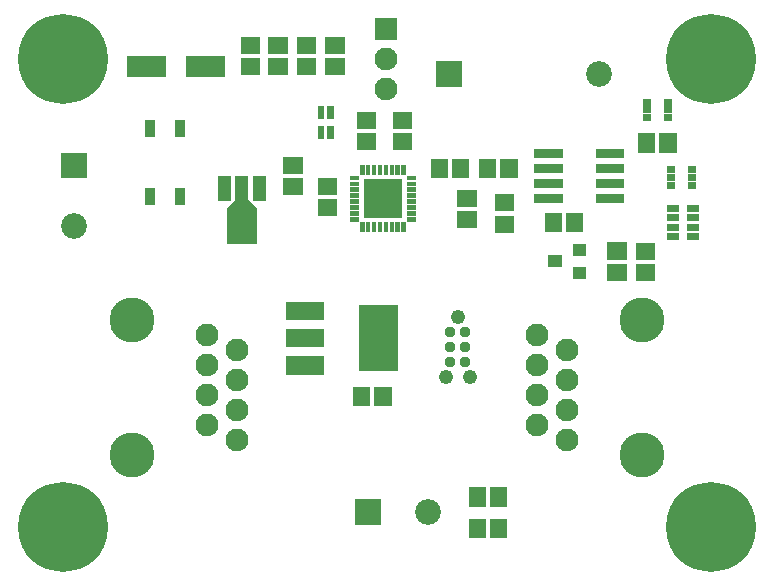
<source format=gbr>
G04 start of page 7 for group -4063 idx -4063 *
G04 Title: (unknown), componentmask *
G04 Creator: pcb 20140316 *
G04 CreationDate: Tue 03 Nov 2015 08:28:20 PM GMT UTC *
G04 For: ndholmes *
G04 Format: Gerber/RS-274X *
G04 PCB-Dimensions (mil): 2500.00 1900.00 *
G04 PCB-Coordinate-Origin: lower left *
%MOIN*%
%FSLAX25Y25*%
%LNTOPMASK*%
%ADD78R,0.0235X0.0235*%
%ADD77R,0.0400X0.0400*%
%ADD76R,0.0300X0.0300*%
%ADD75C,0.0370*%
%ADD74R,0.0438X0.0438*%
%ADD73R,0.1005X0.1005*%
%ADD72R,0.0227X0.0227*%
%ADD71R,0.0620X0.0620*%
%ADD70R,0.1280X0.1280*%
%ADD69R,0.0151X0.0151*%
%ADD68R,0.0572X0.0572*%
%ADD67R,0.0690X0.0690*%
%ADD66R,0.0330X0.0330*%
%ADD65C,0.0860*%
%ADD64C,0.1500*%
%ADD63C,0.0760*%
%ADD62C,0.2997*%
%ADD61C,0.0001*%
%ADD60C,0.0490*%
G54D60*X148500Y87000D03*
X152500Y67000D03*
X144500D03*
G54D61*G36*
X141200Y172300D02*Y163700D01*
X149800D01*
Y172300D01*
X141200D01*
G37*
G54D62*X233000Y173000D03*
Y17000D03*
G54D63*X185000Y46000D03*
X175000Y51000D03*
X185000Y56000D03*
X175000Y61000D03*
G54D64*X210000Y41000D03*
G54D63*X185000Y66000D03*
G54D65*X195500Y168000D03*
G54D63*X175000Y71000D03*
Y81000D03*
X185000Y76000D03*
G54D64*X210000Y86000D03*
G54D63*X75000Y66000D03*
X65000Y61000D03*
X75000Y56000D03*
X65000Y51000D03*
Y81000D03*
X75000Y76000D03*
X65000Y71000D03*
X75000Y46000D03*
G54D61*G36*
X114200Y26300D02*Y17700D01*
X122800D01*
Y26300D01*
X114200D01*
G37*
G54D65*X138500Y22000D03*
G54D64*X40000Y86000D03*
G54D62*X17000Y173000D03*
G54D61*G36*
X16200Y141800D02*Y133200D01*
X24800D01*
Y141800D01*
X16200D01*
G37*
G54D65*X20500Y117500D03*
G54D64*X40000Y41000D03*
G54D62*X17000Y17000D03*
G54D61*G36*
X120700Y186800D02*Y179200D01*
X128300D01*
Y186800D01*
X120700D01*
G37*
G54D63*X124500Y173000D03*
Y163000D03*
G54D66*X56000Y150950D02*Y148550D01*
X46000Y150950D02*Y148550D01*
G54D67*X41508Y170500D02*X47807D01*
G54D68*X129607Y145457D02*X130393D01*
X129607Y152543D02*X130393D01*
G54D69*X132220Y131421D02*X133874D01*
X132220Y133390D02*X133874D01*
X113126D02*X114780D01*
X113126Y131421D02*X114780D01*
X130390Y136874D02*Y135220D01*
X128421Y136874D02*Y135220D01*
X126453Y136874D02*Y135220D01*
X124484Y136874D02*Y135220D01*
X122516Y136874D02*Y135220D01*
X120547Y136874D02*Y135220D01*
X118579Y136874D02*Y135220D01*
X116610Y136874D02*Y135220D01*
G54D68*X117607Y145457D02*X118393D01*
X117607Y152543D02*X118393D01*
G54D69*X113126Y129453D02*X114780D01*
X113126Y127484D02*X114780D01*
X113126Y125516D02*X114780D01*
X113126Y123547D02*X114780D01*
X113126Y121579D02*X114780D01*
X113126Y119610D02*X114780D01*
G54D70*X122000Y84500D02*Y75500D01*
G54D68*X93107Y137500D02*X93893D01*
X104607Y130543D02*X105393D01*
X104607Y123457D02*X105393D01*
G54D71*X94300Y89000D02*X100900D01*
X94300Y80000D02*X100900D01*
X94300Y70900D02*X100900D01*
G54D69*X116610Y117780D02*Y116126D01*
X118579Y117780D02*Y116126D01*
X120547Y117780D02*Y116126D01*
X122516Y117780D02*Y116126D01*
X124484Y117780D02*Y116126D01*
X126453Y117780D02*Y116126D01*
G54D61*G36*
X117097Y132902D02*Y120097D01*
X129903D01*
Y132902D01*
X117097D01*
G37*
G36*
Y120097D01*
X129903D01*
Y132902D01*
X117097D01*
G37*
G54D69*X128421Y117780D02*Y116126D01*
X130390Y117780D02*Y116126D01*
X132220Y119610D02*X133874D01*
X132220Y121579D02*X133874D01*
X132220Y123547D02*X133874D01*
X132220Y125516D02*X133874D01*
X132220Y127484D02*X133874D01*
X132220Y129453D02*X133874D01*
G54D72*X106000Y156131D02*Y154261D01*
X102850Y156131D02*Y154261D01*
Y149435D02*Y147565D01*
X106000Y149435D02*Y147565D01*
G54D68*X88107Y177543D02*X88893D01*
X88107Y170457D02*X88893D01*
X79021Y170500D02*X79807D01*
G54D67*X61193D02*X67492D01*
G54D68*X79021Y177586D02*X79807D01*
X97607D02*X98393D01*
X97607Y170500D02*X98393D01*
X107107Y177543D02*X107893D01*
X107107Y170457D02*X107893D01*
G54D66*X46000Y128450D02*Y126050D01*
X56000Y128450D02*Y126050D01*
G54D73*X76500Y118361D02*Y116471D01*
G54D68*X93107Y130414D02*X93893D01*
G54D74*X82406Y131905D02*Y127811D01*
X76500Y131905D02*Y120095D01*
G54D61*G36*
X78385Y126350D02*X81649Y123086D01*
X79805Y121242D01*
X76541Y124506D01*
X78385Y126350D01*
G37*
G36*
X71351Y123086D02*X74615Y126350D01*
X76459Y124506D01*
X73195Y121242D01*
X71351Y123086D01*
G37*
G54D74*X70594Y131905D02*Y127811D01*
G54D68*X162043Y27350D02*Y26564D01*
X154957Y27350D02*Y26564D01*
G54D75*X146000Y82000D03*
X151000D03*
X146000Y77000D03*
X151000D03*
X146000Y72000D03*
X151000D03*
G54D68*X123543Y60893D02*Y60107D01*
X116457Y60893D02*Y60107D01*
X154957Y16893D02*Y16107D01*
X162043Y16893D02*Y16107D01*
G54D76*X196000Y126500D02*X202500D01*
X175500D02*X182000D01*
G54D68*X180414Y118893D02*Y118107D01*
X187500Y118893D02*Y118107D01*
G54D76*X196000Y131500D02*X202500D01*
X196000Y136500D02*X202500D01*
X196000Y141500D02*X202500D01*
X175500D02*X182000D01*
X175500Y136500D02*X182000D01*
X175500Y131500D02*X182000D01*
G54D77*X188700Y101700D02*X189300D01*
X188700Y109500D02*X189300D01*
X180500Y105600D02*X181100D01*
G54D68*X201107Y109043D02*X201893D01*
X201107Y101957D02*X201893D01*
X218543Y145393D02*Y144607D01*
X211457Y145393D02*Y144607D01*
G54D78*X211246Y158620D02*X211699D01*
X211246Y156060D02*X211699D01*
X211246Y153500D02*X211699D01*
X218273D02*X218726D01*
X218273Y156060D02*X218726D01*
X218273Y158620D02*X218726D01*
X219260Y136060D02*X219713D01*
X219260Y133500D02*X219713D01*
X219260Y130940D02*X219713D01*
G54D72*X219217Y123224D02*X221087D01*
X219217Y120075D02*X221087D01*
X219217Y116925D02*X221087D01*
X219217Y113776D02*X221087D01*
G54D78*X226287Y130940D02*X226740D01*
X226287Y133500D02*X226740D01*
X226287Y136060D02*X226740D01*
G54D72*X225913Y113776D02*X227783D01*
X225913Y116925D02*X227783D01*
X225913Y120075D02*X227783D01*
X225913Y123224D02*X227783D01*
G54D68*X210607Y101914D02*X211393D01*
X210607Y109000D02*X211393D01*
X165543Y136893D02*Y136107D01*
X163607Y125086D02*X164393D01*
X163607Y118000D02*X164393D01*
X158457Y136893D02*Y136107D01*
X142414Y136893D02*Y136107D01*
X149500Y136893D02*Y136107D01*
X151107Y119457D02*X151893D01*
X151107Y126543D02*X151893D01*
M02*

</source>
